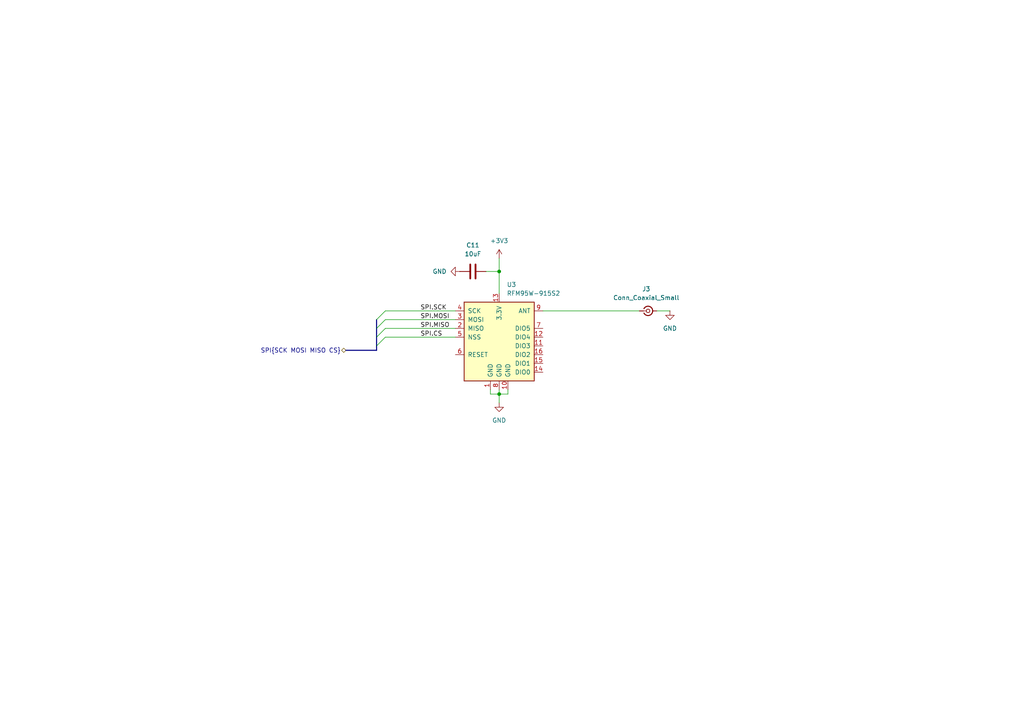
<source format=kicad_sch>
(kicad_sch (version 20231120) (generator "eeschema") (generator_version "8.0")
  (paper "A4")
  (lib_symbols
    (symbol "Connector:Conn_Coaxial_Small" (pin_numbers hide) (pin_names (offset 1.016) hide)
      (property "Reference" "J" (at 0.254 3.048 0))
      (property "Value" "Conn_Coaxial_Small" (at 0 -3.81 0))
      (symbol "Conn_Coaxial_Small_0_1"
        (polyline (pts (xy -2.54 0) (xy -0.508 0)))
        (circle (center 0 0) (radius 0.508) (stroke (width 0.2032)))
      )
      (symbol "Conn_Coaxial_Small_1_1"
        (arc (start -1.1916 -0.6311) (mid 0.327 -1.3081) (end 1.3484 0.0039) (stroke (width 0.3048)))
        (arc (start 1.3484 -0.0039) (mid 0.327 1.3081) (end -1.1916 0.6311) (stroke (width 0.3048)))
        (pin passive line (at -2.54 0 0) (length 1.27) (name "In") (number "1"))
        (pin passive line (at 2.54 0 180) (length 1.27) (name "Ext") (number "2"))
      )
    )
    (symbol "Device:C" (pin_numbers hide) (pin_names (offset 0.254))
      (property "Reference" "C" (at 0.635 2.54 0))
      (property "Value" "C" (at 0.635 -2.54 0))
      (symbol "C_0_1"
        (polyline (pts (xy -2.032 -0.762) (xy 2.032 -0.762)) (stroke (width 0.508)))
        (polyline (pts (xy -2.032 0.762) (xy 2.032 0.762)) (stroke (width 0.508)))
      )
      (symbol "C_1_1"
        (pin passive line (at 0 3.81 270) (length 2.794) (name "~") (number "1"))
        (pin passive line (at 0 -3.81 90) (length 2.794) (name "~") (number "2"))
      )
    )
    (symbol "RF_Module:RFM95W-915S2" (pin_names (offset 1.016))
      (property "Reference" "U" (at -10.414 11.684 0))
      (property "Value" "RFM95W-915S2" (at 1.524 11.43 0))
      (symbol "RFM95W-915S2_0_1"
        (rectangle (start -10.16 10.16) (end 10.16 -12.7) (stroke (width 0.254)) (fill (type background)))
      )
      (symbol "RFM95W-915S2_1_1"
        (pin power_in line (at -2.54 -15.24 90) (length 2.54) (name "GND") (number "1"))
        (pin power_in line (at 2.54 -15.24 90) (length 2.54) (name "GND") (number "10"))
        (pin bidirectional line (at 12.7 -2.54 180) (length 2.54) (name "DIO3") (number "11"))
        (pin bidirectional line (at 12.7 0 180) (length 2.54) (name "DIO4") (number "12"))
        (pin power_in line (at 0 12.7 270) (length 2.54) (name "3.3V") (number "13"))
        (pin bidirectional line (at 12.7 -10.16 180) (length 2.54) (name "DIO0") (number "14"))
        (pin bidirectional line (at 12.7 -7.62 180) (length 2.54) (name "DIO1") (number "15"))
        (pin bidirectional line (at 12.7 -5.08 180) (length 2.54) (name "DIO2") (number "16"))
        (pin output line (at -12.7 2.54 0) (length 2.54) (name "MISO") (number "2"))
        (pin input line (at -12.7 5.08 0) (length 2.54) (name "MOSI") (number "3"))
        (pin input line (at -12.7 7.62 0) (length 2.54) (name "SCK") (number "4"))
        (pin input line (at -12.7 0 0) (length 2.54) (name "NSS") (number "5"))
        (pin bidirectional line (at -12.7 -5.08 0) (length 2.54) (name "RESET") (number "6"))
        (pin bidirectional line (at 12.7 2.54 180) (length 2.54) (name "DIO5") (number "7"))
        (pin power_in line (at 0 -15.24 90) (length 2.54) (name "GND") (number "8"))
        (pin bidirectional line (at 12.7 7.62 180) (length 2.54) (name "ANT") (number "9"))
      )
    )
    (symbol "power:+3V3" (power) (pin_numbers hide) (pin_names (offset 0) hide)
      (property "Value" "+3V3" (at 0 3.556 0))
      (symbol "+3V3_0_1"
        (polyline (pts (xy -0.762 1.27) (xy 0 2.54)))
        (polyline (pts (xy 0 0) (xy 0 2.54)))
        (polyline (pts (xy 0 2.54) (xy 0.762 1.27)))
      )
      (symbol "+3V3_1_1"
        (pin power_in line (at 0 0 90) (length 0) (name "~") (number "1"))
      )
    )
    (symbol "power:GND" (power) (pin_numbers hide) (pin_names (offset 0) hide)
      (property "Value" "GND" (at 0 -3.81 0))
      (symbol "GND_0_1"
        (polyline (pts (xy 0 0) (xy 0 -1.27) (xy 1.27 -1.27) (xy 0 -2.54) (xy -1.27 -1.27) (xy 0 -1.27)))
      )
      (symbol "GND_1_1"
        (pin power_in line (at 0 0 270) (length 0) (name "~") (number "1"))
      )
    )
  )
  (junction (at 144.78 114.3))
  (junction (at 144.78 78.74))
  (bus_entry (at 111.76 92.71) (size -2.54 2.54))
  (bus_entry (at 111.76 90.17) (size -2.54 2.54))
  (bus_entry (at 111.76 97.79) (size -2.54 2.54))
  (bus_entry (at 111.76 95.25) (size -2.54 2.54))
  (wire (pts (xy 147.32 113.03) (xy 147.32 114.3)))
  (wire (pts (xy 190.5 90.17) (xy 194.31 90.17)))
  (wire (pts (xy 157.48 90.17) (xy 185.42 90.17)))
  (bus (pts (xy 109.22 95.25) (xy 109.22 97.79)))
  (bus (pts (xy 109.22 97.79) (xy 109.22 100.33)))
  (wire (pts (xy 144.78 78.74) (xy 144.78 85.09)))
  (wire (pts (xy 144.78 114.3) (xy 144.78 116.84)))
  (wire (pts (xy 111.76 97.79) (xy 132.08 97.79)))
  (wire (pts (xy 111.76 95.25) (xy 132.08 95.25)))
  (wire (pts (xy 111.76 90.17) (xy 132.08 90.17)))
  (wire (pts (xy 140.97 78.74) (xy 144.78 78.74)))
  (wire (pts (xy 142.24 113.03) (xy 142.24 114.3)))
  (wire (pts (xy 142.24 114.3) (xy 144.78 114.3)))
  (wire (pts (xy 111.76 92.71) (xy 132.08 92.71)))
  (wire (pts (xy 144.78 114.3) (xy 144.78 113.03)))
  (bus (pts (xy 109.22 100.33) (xy 109.22 101.6)))
  (bus (pts (xy 100.33 101.6) (xy 109.22 101.6)))
  (wire (pts (xy 147.32 114.3) (xy 144.78 114.3)))
  (wire (pts (xy 144.78 74.93) (xy 144.78 78.74)))
  (bus (pts (xy 109.22 92.71) (xy 109.22 95.25)))
  (label "SPI.CS" (at 121.92 97.79 0))
  (label "SPI.MOSI" (at 121.92 92.71 0))
  (label "SPI.MISO" (at 121.92 95.25 0))
  (label "SPI.SCK" (at 121.92 90.17 0))
  (hierarchical_label "SPI{SCK MOSI MISO CS}" (shape bidirectional) (at 100.33 101.6 180))
  (symbol (lib_id "Connector:Conn_Coaxial_Small") (at 187.96 90.17 0) (unit 1)
    (property "Reference" "J3" (at 187.4404 83.82 0))
    (property "Value" "Conn_Coaxial_Small" (at 187.4404 86.36 0))
    (property "Description" "small coaxial connector (BNC, SMA, SMB, SMC, Cinch/RCA, LEMO, ...)" (effects (hide yes)))
  )
  (symbol (lib_id "power:GND") (at 133.35 78.74 270) (unit 1)
    (property "Reference" "#PWR039" (effects (hide yes)))
    (property "Value" "GND" (at 129.54 78.7399 90) (effects (justify right)))
    (property "Description" "Power symbol creates a global label with name \"GND\" , ground" (effects (hide yes)))
  )
  (symbol (lib_id "Device:C") (at 137.16 78.74 270) (unit 1)
    (property "Reference" "C11" (at 137.16 71.12 90))
    (property "Value" "10uF" (at 137.16 73.66 90))
    (property "Description" "Unpolarized capacitor" (effects (hide yes)))
  )
  (symbol (lib_id "power:+3V3") (at 144.78 74.93 0) (unit 1)
    (property "Reference" "#PWR038" (effects (hide yes)))
    (property "Value" "+3V3" (at 144.78 69.85 0))
    (property "Description" "Power symbol creates a global label with name \"+3V3\"" (effects (hide yes)))
  )
  (symbol (lib_id "RF_Module:RFM95W-915S2") (at 144.78 97.79 0) (unit 1)
    (property "Reference" "U3" (at 146.9741 82.55 0) (effects (justify left)))
    (property "Value" "RFM95W-915S2" (at 146.9741 85.09 0) (effects (justify left)))
    (property "Datasheet" "https://www.hoperf.com/data/upload/portal/20181127/5bfcbea20e9ef.pdf" (effects (hide yes)))
    (property "Description" "Low power long range transceiver module, SPI and parallel interface, 915 MHz, spreading factor 6 to12, bandwidth 7.8 to 500kHz, -111 to -148 dBm, SMD-16, DIP-16" (effects (hide yes)))
  )
  (symbol (lib_id "power:GND") (at 144.78 116.84 0) (unit 1)
    (property "Reference" "#PWR037" (effects (hide yes)))
    (property "Value" "GND" (at 144.78 121.92 0))
    (property "Description" "Power symbol creates a global label with name \"GND\" , ground" (effects (hide yes)))
  )
  (symbol (lib_id "power:GND") (at 194.31 90.17 0) (unit 1)
    (property "Reference" "#PWR036" (effects (hide yes)))
    (property "Value" "GND" (at 194.31 95.25 0))
    (property "Description" "Power symbol creates a global label with name \"GND\" , ground" (effects (hide yes)))
  )
)
</source>
